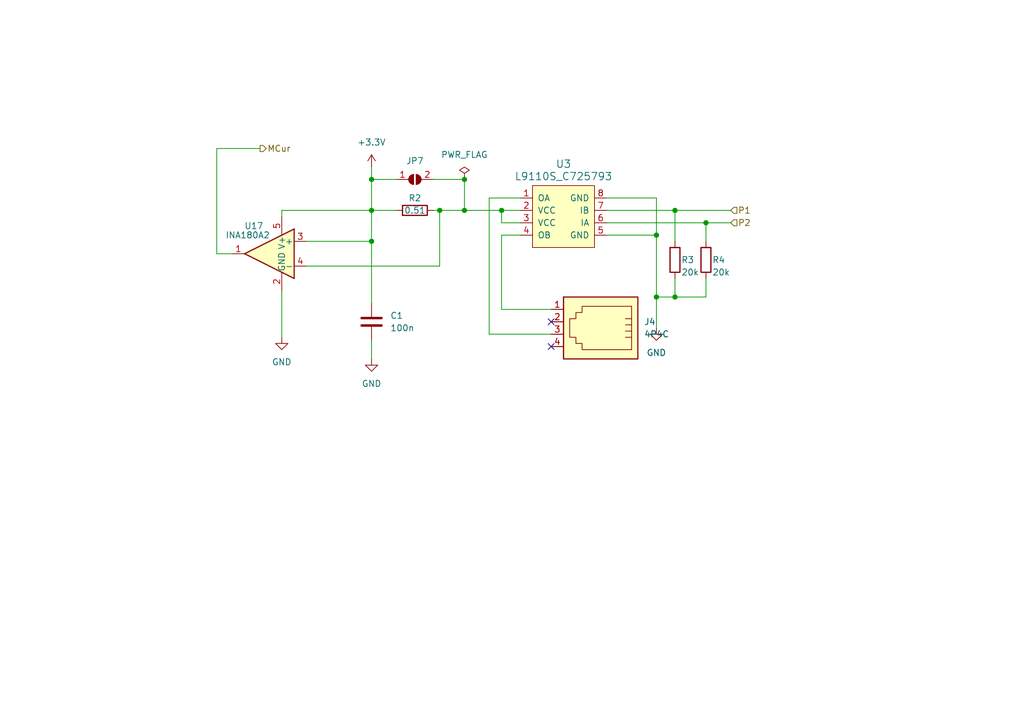
<source format=kicad_sch>
(kicad_sch (version 20230121) (generator eeschema)
  (paper "A5")
  (lib_symbols
    (symbol "Amplifier_Current:INA180A2" (pin_names (offset 0.127))
      (property "Reference" "U" (at 3.81 3.81 0))
      (property "Value" "INA180A2" (at 3.81 -2.54 0))
      (symbol "INA180A2_0_1"
        (polyline (pts (xy 5.08 0) (xy -5.08 5.08) (xy -5.08 -5.08) (xy 5.08 0)) (stroke (width 0.254)) (fill (type background)))
      )
      (symbol "INA180A2_1_1"
        (pin output line (at 7.62 0 180) (length 2.54) (name "~") (number "1"))
        (pin power_in line (at -2.54 -7.62 90) (length 3.81) (name "GND") (number "2"))
        (pin input line (at -7.62 2.54 0) (length 2.54) (name "+") (number "3"))
        (pin input line (at -7.62 -2.54 0) (length 2.54) (name "-") (number "4"))
        (pin power_in line (at -2.54 7.62 270) (length 3.81) (name "V+") (number "5"))
      )
    )
    (symbol "Connector:4P4C" (pin_names (offset 1.016))
      (property "Reference" "J" (at -5.08 8.89 0))
      (property "Value" "4P4C" (at 2.54 8.89 0))
      (symbol "4P4C_0_1"
        (polyline (pts (xy -6.35 -0.635) (xy -5.08 -0.635) (xy -5.08 -0.635)))
        (polyline (pts (xy -6.35 0.635) (xy -5.08 0.635) (xy -5.08 0.635)))
        (polyline (pts (xy -6.35 1.905) (xy -5.08 1.905) (xy -5.08 1.905)))
        (polyline (pts (xy -6.35 3.175) (xy -5.08 3.175) (xy -5.08 3.175)))
        (polyline (pts (xy -6.35 -3.175) (xy -6.35 5.715) (xy -1.27 5.715) (xy 3.81 5.715) (xy 3.81 4.445) (xy 5.08 4.445) (xy 5.08 3.175) (xy 6.35 3.175) (xy 6.35 -0.635) (xy 5.08 -0.635) (xy 5.08 -1.905) (xy 3.81 -1.905) (xy 3.81 -3.175) (xy -6.35 -3.175) (xy -6.35 -3.175)))
        (rectangle (start 7.62 7.62) (end -7.62 -5.08) (stroke (width 0.254)) (fill (type background)))
      )
      (symbol "4P4C_1_1"
        (pin passive line (at 10.16 -2.54 180) (length 2.54) (name "~") (number "1"))
        (pin passive line (at 10.16 0 180) (length 2.54) (name "~") (number "2"))
        (pin passive line (at 10.16 2.54 180) (length 2.54) (name "~") (number "3"))
        (pin passive line (at 10.16 5.08 180) (length 2.54) (name "~") (number "4"))
      )
    )
    (symbol "Device:C" (pin_numbers hide) (pin_names (offset 0.254))
      (property "Reference" "C" (at 0.635 2.54 0))
      (property "Value" "C" (at 0.635 -2.54 0))
      (symbol "C_0_1"
        (polyline (pts (xy -2.032 -0.762) (xy 2.032 -0.762)) (stroke (width 0.508)))
        (polyline (pts (xy -2.032 0.762) (xy 2.032 0.762)) (stroke (width 0.508)))
      )
      (symbol "C_1_1"
        (pin passive line (at 0 3.81 270) (length 2.794) (name "~") (number "1"))
        (pin passive line (at 0 -3.81 90) (length 2.794) (name "~") (number "2"))
      )
    )
    (symbol "Device:R" (pin_numbers hide) (pin_names (offset 0))
      (property "Reference" "R" (at 2.032 0 90))
      (property "Value" "R" (at 0 0 90))
      (symbol "R_0_1"
        (rectangle (start -1.016 -2.54) (end 1.016 2.54) (stroke (width 0.254)))
      )
      (symbol "R_1_1"
        (pin passive line (at 0 3.81 270) (length 1.27) (name "~") (number "1"))
        (pin passive line (at 0 -3.81 90) (length 1.27) (name "~") (number "2"))
      )
    )
    (symbol "Jumper:SolderJumper_2_Open" (pin_names (offset 0) hide)
      (property "Reference" "JP" (at 0 2.032 0))
      (property "Value" "SolderJumper_2_Open" (at 0 -2.54 0))
      (symbol "SolderJumper_2_Open_0_1"
        (arc (start -0.254 1.016) (mid -1.2656 0) (end -0.254 -1.016))
        (arc (start -0.254 1.016) (mid -1.2656 0) (end -0.254 -1.016) (fill (type outline)))
        (polyline (pts (xy -0.254 1.016) (xy -0.254 -1.016)))
        (polyline (pts (xy 0.254 1.016) (xy 0.254 -1.016)))
        (arc (start 0.254 -1.016) (mid 1.2656 0) (end 0.254 1.016))
        (arc (start 0.254 -1.016) (mid 1.2656 0) (end 0.254 1.016) (fill (type outline)))
      )
      (symbol "SolderJumper_2_Open_1_1"
        (pin passive line (at -3.81 0 0) (length 2.54) (name "A") (number "1"))
        (pin passive line (at 3.81 0 180) (length 2.54) (name "B") (number "2"))
      )
    )
    (symbol "my_kicad:L9110S_C725793" (pin_names (offset 1.016))
      (property "Reference" "U4" (at 0 11.43 0))
      (property "Value" "L9110S_C725793" (at 0 7.62 0))
      (symbol "L9110S_C725793_1_1"
        (rectangle (start -6.35 6.35) (end 6.35 -6.35) (fill (type background)))
        (pin output line (at -8.89 3.81 0) (length 2.54) (name "OA") (number "1"))
        (pin power_in line (at -8.89 1.27 0) (length 2.54) (name "VCC") (number "2"))
        (pin power_in line (at -8.89 -1.27 0) (length 2.54) (name "VCC") (number "3"))
        (pin output line (at -8.89 -3.81 0) (length 2.54) (name "OB") (number "4"))
        (pin power_in line (at 8.89 -3.81 180) (length 2.54) (name "GND") (number "5"))
        (pin input line (at 8.89 -1.27 180) (length 2.54) (name "IA") (number "6"))
        (pin input line (at 8.89 1.27 180) (length 2.54) (name "IB") (number "7"))
        (pin power_in line (at 8.89 3.81 180) (length 2.54) (name "GND") (number "8"))
      )
    )
    (symbol "power:+3.3V" (power) (pin_names (offset 0))
      (property "Value" "+3.3V" (at 0 3.556 0))
      (symbol "+3.3V_0_1"
        (polyline (pts (xy -0.762 1.27) (xy 0 2.54)))
        (polyline (pts (xy 0 0) (xy 0 2.54)))
        (polyline (pts (xy 0 2.54) (xy 0.762 1.27)))
      )
      (symbol "+3.3V_1_1"
        (pin power_in line (at 0 0 90) (length 0) hide (name "+3.3V") (number "1"))
      )
    )
    (symbol "power:GND" (power) (pin_names (offset 0))
      (property "Value" "GND" (at 0 -3.81 0))
      (symbol "GND_0_1"
        (polyline (pts (xy 0 0) (xy 0 -1.27) (xy 1.27 -1.27) (xy 0 -2.54) (xy -1.27 -1.27) (xy 0 -1.27)))
      )
      (symbol "GND_1_1"
        (pin power_in line (at 0 0 270) (length 0) hide (name "GND") (number "1"))
      )
    )
    (symbol "power:PWR_FLAG" (power) (pin_numbers hide) (pin_names (offset 0) hide)
      (property "Value" "PWR_FLAG" (at 0 3.81 0))
      (symbol "PWR_FLAG_0_0"
        (pin power_out line (at 0 0 90) (length 0) (name "pwr") (number "1"))
      )
      (symbol "PWR_FLAG_0_1"
        (polyline (pts (xy 0 0) (xy 0 1.27) (xy -1.016 1.905) (xy 0 2.54) (xy 1.016 1.905) (xy 0 1.27)))
      )
    )
  )
  (junction (at 90.17 43.18))
  (junction (at 144.78 45.72))
  (junction (at 138.43 43.18))
  (junction (at 76.2 43.18))
  (junction (at 76.2 49.53))
  (junction (at 138.43 60.96))
  (junction (at 95.25 36.83))
  (junction (at 134.62 48.26))
  (junction (at 134.62 60.96))
  (junction (at 76.2 36.83))
  (junction (at 95.25 43.18))
  (junction (at 102.87 43.18))
  (no_connect (at 113.03 66.04))
  (no_connect (at 113.03 71.12))
  (wire (pts (xy 62.865 49.53) (xy 76.2 49.53)))
  (wire (pts (xy 76.2 36.83) (xy 76.2 43.18)))
  (wire (pts (xy 138.43 60.96) (xy 144.78 60.96)))
  (wire (pts (xy 102.87 43.18) (xy 106.68 43.18)))
  (wire (pts (xy 90.17 43.18) (xy 95.25 43.18)))
  (wire (pts (xy 76.2 69.85) (xy 76.2 73.66)))
  (wire (pts (xy 95.25 36.83) (xy 88.9 36.83)))
  (wire (pts (xy 124.46 43.18) (xy 138.43 43.18)))
  (wire (pts (xy 76.2 34.29) (xy 76.2 36.83)))
  (wire (pts (xy 124.46 45.72) (xy 144.78 45.72)))
  (wire (pts (xy 144.78 57.15) (xy 144.78 60.96)))
  (wire (pts (xy 134.62 40.64) (xy 134.62 48.26)))
  (wire (pts (xy 76.2 36.83) (xy 81.28 36.83)))
  (wire (pts (xy 95.25 43.18) (xy 102.87 43.18)))
  (wire (pts (xy 138.43 43.18) (xy 149.86 43.18)))
  (wire (pts (xy 88.9 43.18) (xy 90.17 43.18)))
  (wire (pts (xy 100.33 40.64) (xy 100.33 68.58)))
  (wire (pts (xy 138.43 43.18) (xy 138.43 49.53)))
  (wire (pts (xy 57.785 59.69) (xy 57.785 69.215)))
  (wire (pts (xy 102.87 45.72) (xy 102.87 43.18)))
  (wire (pts (xy 134.62 60.96) (xy 138.43 60.96)))
  (wire (pts (xy 124.46 48.26) (xy 134.62 48.26)))
  (wire (pts (xy 95.25 43.18) (xy 95.25 36.83)))
  (wire (pts (xy 144.78 45.72) (xy 144.78 49.53)))
  (wire (pts (xy 90.17 54.61) (xy 62.865 54.61)))
  (wire (pts (xy 76.2 43.18) (xy 76.2 49.53)))
  (wire (pts (xy 113.03 63.5) (xy 102.87 63.5)))
  (wire (pts (xy 106.68 45.72) (xy 102.87 45.72)))
  (wire (pts (xy 124.46 40.64) (xy 134.62 40.64)))
  (wire (pts (xy 100.33 68.58) (xy 113.03 68.58)))
  (wire (pts (xy 138.43 57.15) (xy 138.43 60.96)))
  (wire (pts (xy 57.785 44.45) (xy 57.785 43.18)))
  (wire (pts (xy 47.625 52.07) (xy 44.45 52.07)))
  (wire (pts (xy 44.45 30.48) (xy 53.34 30.48)))
  (wire (pts (xy 134.62 48.26) (xy 134.62 60.96)))
  (wire (pts (xy 144.78 45.72) (xy 149.86 45.72)))
  (wire (pts (xy 90.17 43.18) (xy 90.17 54.61)))
  (wire (pts (xy 76.2 43.18) (xy 81.28 43.18)))
  (wire (pts (xy 44.45 30.48) (xy 44.45 52.07)))
  (wire (pts (xy 102.87 63.5) (xy 102.87 48.26)))
  (wire (pts (xy 106.68 40.64) (xy 100.33 40.64)))
  (wire (pts (xy 57.785 43.18) (xy 76.2 43.18)))
  (wire (pts (xy 106.68 48.26) (xy 102.87 48.26)))
  (wire (pts (xy 76.2 49.53) (xy 76.2 62.23)))
  (wire (pts (xy 134.62 60.96) (xy 134.62 67.31)))
  (hierarchical_label "MCur" (shape output) (at 53.34 30.48 0))
  (hierarchical_label "P1" (shape input) (at 149.86 43.18 0))
  (hierarchical_label "P2" (shape input) (at 149.86 45.72 0))
  (symbol (lib_id "Device:R") (at 138.43 53.34 0) (unit 1)
    (property "Reference" "R3" (at 139.7 53.34 0) (effects (justify left)))
    (property "Value" "20k" (at 139.7 55.88 0) (effects (justify left)))
    (property "Footprint" "Resistor_SMD:R_0402_1005Metric_Pad0.72x0.64mm_HandSolder" (effects hide))
    (instances (project "heating_valve_control" (path "" (reference "R3") (unit 1)) (path "" (reference "R6") (unit 1)) (path "" (reference "R9") (unit 1)) (path "" (reference "R12") (unit 1)) (path "" (reference "R15") (unit 1)) (path "" (reference "R18") (unit 1))))
  )
  (symbol (lib_id "power:GND") (at 134.62 67.31 0) (unit 1)
    (property "Reference" "#PWR0105" (effects hide))
    (property "Value" "GND" (at 134.62 72.39 0))
    (instances (project "heating_valve_control" (path "" (reference "#PWR0105") (unit 1)) (path "" (reference "#PWR0109") (unit 1)) (path "" (reference "#PWR08") (unit 1)) (path "" (reference "#PWR012") (unit 1)) (path "" (reference "#PWR017") (unit 1)) (path "" (reference "#PWR021") (unit 1))))
  )
  (symbol (lib_id "Amplifier_Current:INA180A2") (at 55.245 52.07 0) (mirror y) (unit 1)
    (property "Reference" "U17" (at 52.07 46.355 0))
    (property "Value" "INA180A2" (at 50.8 48.26 0))
    (property "Footprint" "Package_TO_SOT_SMD:SOT-23-5" (effects hide))
    (property "Datasheet" "http://www.ti.com/lit/ds/symlink/ina180.pdf" (effects hide))
    (instances (project "heating_valve_control" (path "" (reference "U17") (unit 1)) (path "" (reference "U18") (unit 1)) (path "" (reference "U19") (unit 1)) (path "" (reference "U20") (unit 1)) (path "" (reference "U21") (unit 1)) (path "" (reference "U22") (unit 1))))
  )
  (symbol (lib_id "Device:R") (at 144.78 53.34 0) (unit 1)
    (property "Reference" "R4" (at 146.05 53.34 0) (effects (justify left)))
    (property "Value" "20k" (at 146.05 55.88 0) (effects (justify left)))
    (property "Footprint" "Resistor_SMD:R_0402_1005Metric_Pad0.72x0.64mm_HandSolder" (effects hide))
    (instances (project "heating_valve_control" (path "" (reference "R4") (unit 1)) (path "" (reference "R7") (unit 1)) (path "" (reference "R10") (unit 1)) (path "" (reference "R13") (unit 1)) (path "" (reference "R16") (unit 1)) (path "" (reference "R19") (unit 1))))
  )
  (symbol (lib_id "power:GND") (at 57.785 69.215 0) (unit 1)
    (property "Reference" "#PWR0108" (effects hide))
    (property "Value" "GND" (at 57.785 74.295 0))
    (instances (project "heating_valve_control" (path "" (reference "#PWR0108") (unit 1)) (path "" (reference "#PWR0112") (unit 1)) (path "" (reference "#PWR05") (unit 1)) (path "" (reference "#PWR09") (unit 1)) (path "" (reference "#PWR014") (unit 1)) (path "" (reference "#PWR018") (unit 1))))
  )
  (symbol (lib_id "Jumper:SolderJumper_2_Open") (at 85.09 36.83 0) (unit 1)
    (property "Reference" "JP7" (at 85.09 33.02 0))
    (property "Value" "SolderJumper_2_Open" (effects hide))
    (property "Footprint" "Jumper:SolderJumper-2_P1.3mm_Open_RoundedPad1.0x1.5mm" (effects hide))
    (instances (project "heating_valve_control" (path "" (reference "JP7") (unit 1)) (path "" (reference "JP8") (unit 1)) (path "" (reference "JP9") (unit 1)) (path "" (reference "JP10") (unit 1)) (path "" (reference "JP11") (unit 1)) (path "" (reference "JP12") (unit 1))))
  )
  (symbol (lib_id "Device:C") (at 76.2 66.04 0) (unit 1)
    (property "Reference" "C1" (at 80.01 64.7699 0) (effects (justify left)))
    (property "Value" "100n" (at 80.01 67.3099 0) (effects (justify left)))
    (property "Footprint" "Capacitor_SMD:C_0603_1608Metric_Pad1.08x0.95mm_HandSolder" (effects hide))
    (instances (project "heating_valve_control" (path "" (reference "C1") (unit 1)) (path "" (reference "C2") (unit 1)) (path "" (reference "C3") (unit 1)) (path "" (reference "C4") (unit 1)) (path "" (reference "C7") (unit 1)) (path "" (reference "C8") (unit 1))))
  )
  (symbol (lib_id "Device:R") (at 85.09 43.18 90) (unit 1)
    (property "Reference" "R2" (at 85.09 40.64 90))
    (property "Value" "0.51" (at 85.09 43.18 90))
    (property "Footprint" "Resistor_SMD:R_1206_3216Metric_Pad1.30x1.75mm_HandSolder" (effects hide))
    (instances (project "heating_valve_control" (path "" (reference "R2") (unit 1)) (path "" (reference "R5") (unit 1)) (path "" (reference "R8") (unit 1)) (path "" (reference "R11") (unit 1)) (path "" (reference "R14") (unit 1)) (path "" (reference "R17") (unit 1))))
  )
  (symbol (lib_id "Connector:4P4C") (at 123.19 66.04 180) (unit 1)
    (property "Reference" "J4" (at 132.08 66.0399 0) (effects (justify right)))
    (property "Value" "4P4C" (at 132.08 68.5799 0) (effects (justify right)))
    (property "Footprint" "LCSC:RJ11-TH_616-PCB-4P4C-90" (effects hide))
    (instances (project "heating_valve_control" (path "" (reference "J4") (unit 1)) (path "" (reference "J5") (unit 1)) (path "" (reference "J6") (unit 1)) (path "" (reference "J7") (unit 1)) (path "" (reference "J9") (unit 1)) (path "" (reference "J10") (unit 1))))
  )
  (symbol (lib_id "my_kicad:L9110S_C725793") (at 115.57 44.45 0) (unit 1)
    (property "Reference" "U3" (at 115.57 33.655 0) (effects (font (size 1.524 1.524))))
    (property "Value" "L9110S_C725793" (at 115.57 36.195 0) (effects (font (size 1.524 1.524))))
    (property "Footprint" "LCSC:SOP-8_L6.1-W3.9-P1.27-LS6.0-BL-1" (effects hide))
    (property "Datasheet" "https://lcsc.com/product-detail/Motor-Drivers_UMW-Youtai-Semiconductor-Co-Ltd-L9110S_C725793.html" (effects hide))
    (property "Manufacturer" "UMW(Youtai Semiconductor Co., Ltd.)" (effects hide))
    (property "LCSC Part" "C725793" (effects hide))
    (property "JLC Part" "Extended Part" (effects hide))
    (instances (project "heating_valve_control" (path "" (reference "U3") (unit 1)) (path "" (reference "U5") (unit 1)) (path "" (reference "U7") (unit 1)) (path "" (reference "U9") (unit 1)) (path "" (reference "U13") (unit 1)) (path "" (reference "U15") (unit 1))))
  )
  (symbol (lib_id "power:+3.3V") (at 76.2 34.29 0) (unit 1)
    (property "Reference" "#PWR0107" (effects hide))
    (property "Value" "+3.3V" (at 76.2 29.21 0))
    (instances (project "heating_valve_control" (path "" (reference "#PWR0107") (unit 1)) (path "" (reference "#PWR0111") (unit 1)) (path "" (reference "#PWR06") (unit 1)) (path "" (reference "#PWR010") (unit 1)) (path "" (reference "#PWR015") (unit 1)) (path "" (reference "#PWR019") (unit 1))))
  )
  (symbol (lib_id "power:PWR_FLAG") (at 95.25 36.83 0) (unit 1)
    (property "Reference" "#FLG0101" (effects hide))
    (property "Value" "PWR_FLAG" (at 95.25 31.75 0))
    (instances (project "heating_valve_control" (path "" (reference "#FLG0101") (unit 1)) (path "" (reference "#FLG0102") (unit 1)) (path "" (reference "#FLG01") (unit 1)) (path "" (reference "#FLG02") (unit 1)) (path "" (reference "#FLG03") (unit 1)) (path "" (reference "#FLG04") (unit 1))))
  )
  (symbol (lib_id "power:GND") (at 76.2 73.66 0) (unit 1)
    (property "Reference" "#PWR0106" (effects hide))
    (property "Value" "GND" (at 76.2 78.74 0))
    (instances (project "heating_valve_control" (path "" (reference "#PWR0106") (unit 1)) (path "" (reference "#PWR0110") (unit 1)) (path "" (reference "#PWR07") (unit 1)) (path "" (reference "#PWR011") (unit 1)) (path "" (reference "#PWR016") (unit 1)) (path "" (reference "#PWR020") (unit 1))))
  )
)
</source>
